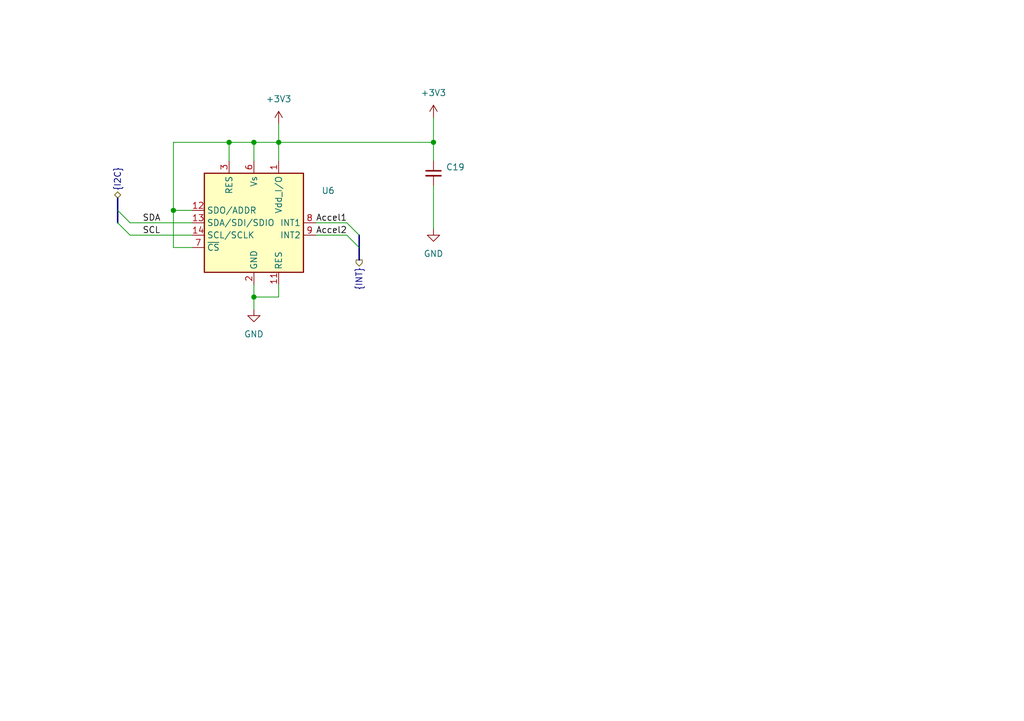
<source format=kicad_sch>
(kicad_sch (version 20211123) (generator eeschema)
  (paper "A5")
  (title_block (title "Pheonix ADXL") (comment 1 "2022/10/20 TT") (comment 2 "2022/10/20 WH"))
  (lib_symbols
    (symbol "Device:C_Small" (pin_numbers hide) (pin_names (offset 0.254) hide)
      (property "Reference" "C" (at 0.254 1.778 0))
      (property "Value" "C_Small" (at 0.254 -2.032 0))
      (symbol "C_Small_0_1"
        (polyline (pts (xy -1.524 -0.508) (xy 1.524 -0.508)) (stroke (width 0.3302)))
        (polyline (pts (xy -1.524 0.508) (xy 1.524 0.508)) (stroke (width 0.3048)))
      )
      (symbol "C_Small_1_1"
        (pin passive line (at 0 2.54 270) (length 2.032) (name "~") (number "1"))
        (pin passive line (at 0 -2.54 90) (length 2.032) (name "~") (number "2"))
      )
    )
    (symbol "Sensor_Motion:ADXL343"
      (property "Reference" "U" (at -8.89 11.43 0))
      (property "Value" "ADXL343" (at -7.62 -11.43 0))
      (symbol "ADXL343_0_1"
        (rectangle (start -10.16 10.16) (end 10.16 -10.16) (stroke (width 0.254)) (fill (type background)))
      )
      (symbol "ADXL343_1_1"
        (pin power_in line (at 5.08 12.7 270) (length 2.54) (name "Vdd_I/O") (number "1"))
        (pin no_connect line (at -5.08 -10.16 90) (length 2.54) hide (name "NC") (number "10"))
        (pin passive line (at 5.08 -12.7 90) (length 2.54) (name "RES") (number "11"))
        (pin bidirectional line (at -12.7 2.54 0) (length 2.54) (name "SDO/ADDR") (number "12"))
        (pin bidirectional line (at -12.7 0 0) (length 2.54) (name "SDA/SDI/SDIO") (number "13"))
        (pin input line (at -12.7 -2.54 0) (length 2.54) (name "SCL/SCLK") (number "14"))
        (pin power_in line (at 0 -12.7 90) (length 2.54) (name "GND") (number "2"))
        (pin passive line (at -5.08 12.7 270) (length 2.54) (name "RES") (number "3"))
        (pin passive line (at 0 -12.7 90) (length 2.54) hide (name "GND") (number "4"))
        (pin passive line (at 0 -12.7 90) (length 2.54) hide (name "GND") (number "5"))
        (pin power_in line (at 0 12.7 270) (length 2.54) (name "Vs") (number "6"))
        (pin input line (at -12.7 -5.08 0) (length 2.54) (name "~{CS}") (number "7"))
        (pin output line (at 12.7 0 180) (length 2.54) (name "INT1") (number "8"))
        (pin output line (at 12.7 -2.54 180) (length 2.54) (name "INT2") (number "9"))
      )
    )
    (symbol "power:+3V3" (power) (pin_names (offset 0))
      (property "Value" "+3V3" (at 0 3.556 0))
      (symbol "+3V3_0_1"
        (polyline (pts (xy -0.762 1.27) (xy 0 2.54)))
        (polyline (pts (xy 0 0) (xy 0 2.54)))
        (polyline (pts (xy 0 2.54) (xy 0.762 1.27)))
      )
      (symbol "+3V3_1_1"
        (pin power_in line (at 0 0 90) (length 0) hide (name "+3V3") (number "1"))
      )
    )
    (symbol "power:GND" (power) (pin_names (offset 0))
      (property "Value" "GND" (at 0 -3.81 0))
      (symbol "GND_0_1"
        (polyline (pts (xy 0 0) (xy 0 -1.27) (xy 1.27 -1.27) (xy 0 -2.54) (xy -1.27 -1.27) (xy 0 -1.27)))
      )
      (symbol "GND_1_1"
        (pin power_in line (at 0 0 270) (length 0) hide (name "GND") (number "1"))
      )
    )
  )
  (junction (at 52.07 60.96))
  (junction (at 52.07 29.21))
  (junction (at 35.56 43.18))
  (junction (at 46.99 29.21))
  (junction (at 88.9 29.21))
  (junction (at 57.15 29.21))
  (bus_entry (at 24.13 43.18) (size 2.54 2.54))
  (bus_entry (at 24.13 45.72) (size 2.54 2.54))
  (bus_entry (at 73.66 50.8) (size -2.54 -2.54))
  (bus_entry (at 73.66 48.26) (size -2.54 -2.54))
  (wire (pts (xy 88.9 29.21) (xy 88.9 33.02)))
  (wire (pts (xy 64.77 45.72) (xy 71.12 45.72)))
  (bus (pts (xy 73.66 50.8) (xy 73.66 53.34)))
  (wire (pts (xy 35.56 50.8) (xy 39.37 50.8)))
  (wire (pts (xy 46.99 29.21) (xy 46.99 33.02)))
  (wire (pts (xy 35.56 43.18) (xy 35.56 50.8)))
  (wire (pts (xy 52.07 58.42) (xy 52.07 60.96)))
  (wire (pts (xy 52.07 33.02) (xy 52.07 29.21)))
  (wire (pts (xy 35.56 29.21) (xy 35.56 43.18)))
  (wire (pts (xy 35.56 43.18) (xy 39.37 43.18)))
  (wire (pts (xy 52.07 60.96) (xy 57.15 60.96)))
  (wire (pts (xy 26.67 45.72) (xy 39.37 45.72)))
  (bus (pts (xy 73.66 48.26) (xy 73.66 50.8)))
  (wire (pts (xy 57.15 60.96) (xy 57.15 58.42)))
  (wire (pts (xy 52.07 60.96) (xy 52.07 63.5)))
  (wire (pts (xy 57.15 25.4) (xy 57.15 29.21)))
  (wire (pts (xy 26.67 48.26) (xy 39.37 48.26)))
  (wire (pts (xy 52.07 29.21) (xy 57.15 29.21)))
  (wire (pts (xy 88.9 24.13) (xy 88.9 29.21)))
  (wire (pts (xy 35.56 29.21) (xy 46.99 29.21)))
  (wire (pts (xy 57.15 29.21) (xy 88.9 29.21)))
  (wire (pts (xy 88.9 38.1) (xy 88.9 46.99)))
  (wire (pts (xy 52.07 29.21) (xy 46.99 29.21)))
  (bus (pts (xy 24.13 43.18) (xy 24.13 45.72)))
  (wire (pts (xy 64.77 48.26) (xy 71.12 48.26)))
  (wire (pts (xy 57.15 29.21) (xy 57.15 33.02)))
  (bus (pts (xy 24.13 40.64) (xy 24.13 43.18)))
  (label "SCL" (at 29.21 48.26 0))
  (label "SDA" (at 29.21 45.72 0))
  (label "Accel1" (at 64.77 45.72 0))
  (label "Accel2" (at 64.77 48.26 0))
  (hierarchical_label "{I2C}" (shape bidirectional) (at 24.13 40.64 90))
  (hierarchical_label "{INT}" (shape output) (at 73.66 53.34 270))
  (symbol (lib_id "power:+3V3") (at 57.15 25.4 0) (unit 1)
    (property "Reference" "#PWR?" (effects hide))
  )
  (symbol (lib_id "Sensor_Motion:ADXL343") (at 52.07 45.72 0) (unit 1)
    (property "Reference" "U6" (at 67.31 39.1412 0))
    (property "Datasheet" "https://www.analog.com/media/en/technical-documentation/data-sheets/ADXL343.pdf" (effects hide))
  )
  (symbol (lib_id "Device:C_Small") (at 88.9 35.56 0) (unit 1)
    (property "Reference" "C19" (at 91.44 34.2962 0) (effects (justify left)))
  )
  (symbol (lib_id "power:GND") (at 52.07 63.5 0) (unit 1)
    (property "Reference" "#PWR?" (effects hide))
  )
  (symbol (lib_id "power:+3V3") (at 88.9 24.13 0) (unit 1)
    (property "Reference" "#PWR?" (effects hide))
  )
  (symbol (lib_id "power:GND") (at 88.9 46.99 0) (unit 1)
    (property "Reference" "#PWR?" (effects hide))
  )
)
</source>
